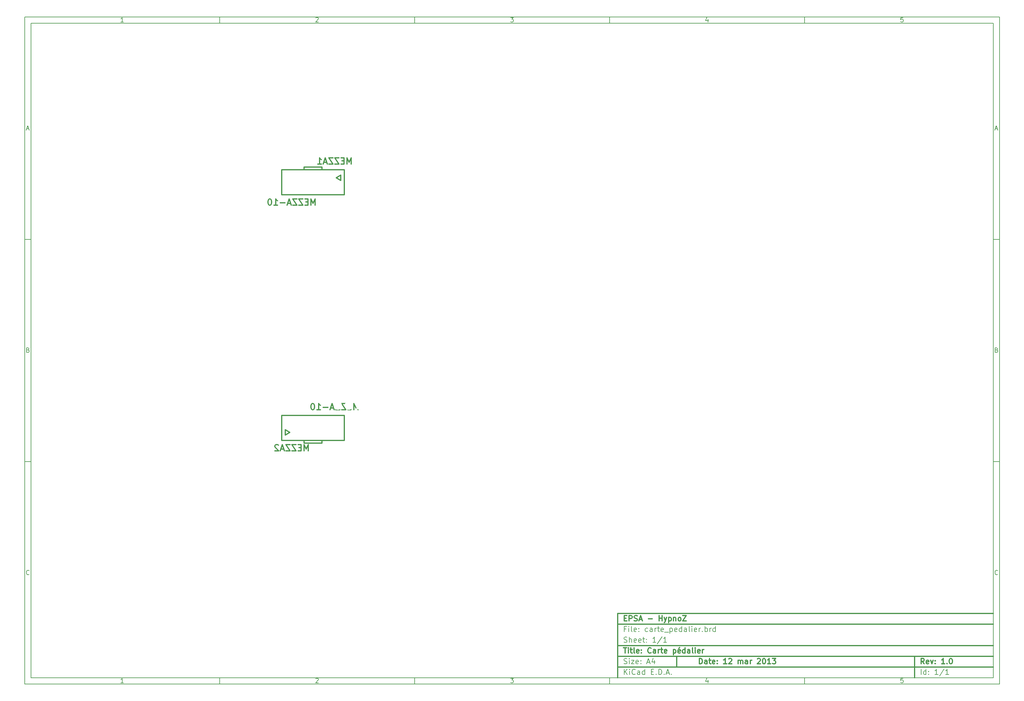
<source format=gbo>
G04 (created by PCBNEW-RS274X (2012-01-19 BZR 3256)-stable) date 12/03/2013 15:31:22*
G01*
G70*
G90*
%MOIN*%
G04 Gerber Fmt 3.4, Leading zero omitted, Abs format*
%FSLAX34Y34*%
G04 APERTURE LIST*
%ADD10C,0.006000*%
%ADD11C,0.012000*%
%ADD12C,0.014000*%
%ADD13C,0.235000*%
%ADD14R,0.105000X0.105000*%
%ADD15C,0.105000*%
%ADD16C,0.095000*%
%ADD17R,0.095000X0.095000*%
%ADD18C,0.090000*%
%ADD19R,0.110000X0.082000*%
%ADD20O,0.110000X0.082000*%
%ADD21C,0.270000*%
G04 APERTURE END LIST*
G54D10*
X04000Y-04000D02*
X113000Y-04000D01*
X113000Y-78670D01*
X04000Y-78670D01*
X04000Y-04000D01*
X04700Y-04700D02*
X112300Y-04700D01*
X112300Y-77970D01*
X04700Y-77970D01*
X04700Y-04700D01*
X25800Y-04000D02*
X25800Y-04700D01*
X15043Y-04552D02*
X14757Y-04552D01*
X14900Y-04552D02*
X14900Y-04052D01*
X14852Y-04124D01*
X14805Y-04171D01*
X14757Y-04195D01*
X25800Y-78670D02*
X25800Y-77970D01*
X15043Y-78522D02*
X14757Y-78522D01*
X14900Y-78522D02*
X14900Y-78022D01*
X14852Y-78094D01*
X14805Y-78141D01*
X14757Y-78165D01*
X47600Y-04000D02*
X47600Y-04700D01*
X36557Y-04100D02*
X36581Y-04076D01*
X36629Y-04052D01*
X36748Y-04052D01*
X36795Y-04076D01*
X36819Y-04100D01*
X36843Y-04148D01*
X36843Y-04195D01*
X36819Y-04267D01*
X36533Y-04552D01*
X36843Y-04552D01*
X47600Y-78670D02*
X47600Y-77970D01*
X36557Y-78070D02*
X36581Y-78046D01*
X36629Y-78022D01*
X36748Y-78022D01*
X36795Y-78046D01*
X36819Y-78070D01*
X36843Y-78118D01*
X36843Y-78165D01*
X36819Y-78237D01*
X36533Y-78522D01*
X36843Y-78522D01*
X69400Y-04000D02*
X69400Y-04700D01*
X58333Y-04052D02*
X58643Y-04052D01*
X58476Y-04243D01*
X58548Y-04243D01*
X58595Y-04267D01*
X58619Y-04290D01*
X58643Y-04338D01*
X58643Y-04457D01*
X58619Y-04505D01*
X58595Y-04529D01*
X58548Y-04552D01*
X58405Y-04552D01*
X58357Y-04529D01*
X58333Y-04505D01*
X69400Y-78670D02*
X69400Y-77970D01*
X58333Y-78022D02*
X58643Y-78022D01*
X58476Y-78213D01*
X58548Y-78213D01*
X58595Y-78237D01*
X58619Y-78260D01*
X58643Y-78308D01*
X58643Y-78427D01*
X58619Y-78475D01*
X58595Y-78499D01*
X58548Y-78522D01*
X58405Y-78522D01*
X58357Y-78499D01*
X58333Y-78475D01*
X91200Y-04000D02*
X91200Y-04700D01*
X80395Y-04219D02*
X80395Y-04552D01*
X80276Y-04029D02*
X80157Y-04386D01*
X80467Y-04386D01*
X91200Y-78670D02*
X91200Y-77970D01*
X80395Y-78189D02*
X80395Y-78522D01*
X80276Y-77999D02*
X80157Y-78356D01*
X80467Y-78356D01*
X102219Y-04052D02*
X101981Y-04052D01*
X101957Y-04290D01*
X101981Y-04267D01*
X102029Y-04243D01*
X102148Y-04243D01*
X102195Y-04267D01*
X102219Y-04290D01*
X102243Y-04338D01*
X102243Y-04457D01*
X102219Y-04505D01*
X102195Y-04529D01*
X102148Y-04552D01*
X102029Y-04552D01*
X101981Y-04529D01*
X101957Y-04505D01*
X102219Y-78022D02*
X101981Y-78022D01*
X101957Y-78260D01*
X101981Y-78237D01*
X102029Y-78213D01*
X102148Y-78213D01*
X102195Y-78237D01*
X102219Y-78260D01*
X102243Y-78308D01*
X102243Y-78427D01*
X102219Y-78475D01*
X102195Y-78499D01*
X102148Y-78522D01*
X102029Y-78522D01*
X101981Y-78499D01*
X101957Y-78475D01*
X04000Y-28890D02*
X04700Y-28890D01*
X04231Y-16510D02*
X04469Y-16510D01*
X04184Y-16652D02*
X04350Y-16152D01*
X04517Y-16652D01*
X113000Y-28890D02*
X112300Y-28890D01*
X112531Y-16510D02*
X112769Y-16510D01*
X112484Y-16652D02*
X112650Y-16152D01*
X112817Y-16652D01*
X04000Y-53780D02*
X04700Y-53780D01*
X04386Y-41280D02*
X04457Y-41304D01*
X04481Y-41328D01*
X04505Y-41376D01*
X04505Y-41447D01*
X04481Y-41495D01*
X04457Y-41519D01*
X04410Y-41542D01*
X04219Y-41542D01*
X04219Y-41042D01*
X04386Y-41042D01*
X04433Y-41066D01*
X04457Y-41090D01*
X04481Y-41138D01*
X04481Y-41185D01*
X04457Y-41233D01*
X04433Y-41257D01*
X04386Y-41280D01*
X04219Y-41280D01*
X113000Y-53780D02*
X112300Y-53780D01*
X112686Y-41280D02*
X112757Y-41304D01*
X112781Y-41328D01*
X112805Y-41376D01*
X112805Y-41447D01*
X112781Y-41495D01*
X112757Y-41519D01*
X112710Y-41542D01*
X112519Y-41542D01*
X112519Y-41042D01*
X112686Y-41042D01*
X112733Y-41066D01*
X112757Y-41090D01*
X112781Y-41138D01*
X112781Y-41185D01*
X112757Y-41233D01*
X112733Y-41257D01*
X112686Y-41280D01*
X112519Y-41280D01*
X04505Y-66385D02*
X04481Y-66409D01*
X04410Y-66432D01*
X04362Y-66432D01*
X04290Y-66409D01*
X04243Y-66361D01*
X04219Y-66313D01*
X04195Y-66218D01*
X04195Y-66147D01*
X04219Y-66051D01*
X04243Y-66004D01*
X04290Y-65956D01*
X04362Y-65932D01*
X04410Y-65932D01*
X04481Y-65956D01*
X04505Y-65980D01*
X112805Y-66385D02*
X112781Y-66409D01*
X112710Y-66432D01*
X112662Y-66432D01*
X112590Y-66409D01*
X112543Y-66361D01*
X112519Y-66313D01*
X112495Y-66218D01*
X112495Y-66147D01*
X112519Y-66051D01*
X112543Y-66004D01*
X112590Y-65956D01*
X112662Y-65932D01*
X112710Y-65932D01*
X112781Y-65956D01*
X112805Y-65980D01*
G54D11*
X79443Y-76413D02*
X79443Y-75813D01*
X79586Y-75813D01*
X79671Y-75841D01*
X79729Y-75899D01*
X79757Y-75956D01*
X79786Y-76070D01*
X79786Y-76156D01*
X79757Y-76270D01*
X79729Y-76327D01*
X79671Y-76384D01*
X79586Y-76413D01*
X79443Y-76413D01*
X80300Y-76413D02*
X80300Y-76099D01*
X80271Y-76041D01*
X80214Y-76013D01*
X80100Y-76013D01*
X80043Y-76041D01*
X80300Y-76384D02*
X80243Y-76413D01*
X80100Y-76413D01*
X80043Y-76384D01*
X80014Y-76327D01*
X80014Y-76270D01*
X80043Y-76213D01*
X80100Y-76184D01*
X80243Y-76184D01*
X80300Y-76156D01*
X80500Y-76013D02*
X80729Y-76013D01*
X80586Y-75813D02*
X80586Y-76327D01*
X80614Y-76384D01*
X80672Y-76413D01*
X80729Y-76413D01*
X81157Y-76384D02*
X81100Y-76413D01*
X80986Y-76413D01*
X80929Y-76384D01*
X80900Y-76327D01*
X80900Y-76099D01*
X80929Y-76041D01*
X80986Y-76013D01*
X81100Y-76013D01*
X81157Y-76041D01*
X81186Y-76099D01*
X81186Y-76156D01*
X80900Y-76213D01*
X81443Y-76356D02*
X81471Y-76384D01*
X81443Y-76413D01*
X81414Y-76384D01*
X81443Y-76356D01*
X81443Y-76413D01*
X81443Y-76041D02*
X81471Y-76070D01*
X81443Y-76099D01*
X81414Y-76070D01*
X81443Y-76041D01*
X81443Y-76099D01*
X82500Y-76413D02*
X82157Y-76413D01*
X82329Y-76413D02*
X82329Y-75813D01*
X82272Y-75899D01*
X82214Y-75956D01*
X82157Y-75984D01*
X82728Y-75870D02*
X82757Y-75841D01*
X82814Y-75813D01*
X82957Y-75813D01*
X83014Y-75841D01*
X83043Y-75870D01*
X83071Y-75927D01*
X83071Y-75984D01*
X83043Y-76070D01*
X82700Y-76413D01*
X83071Y-76413D01*
X83785Y-76413D02*
X83785Y-76013D01*
X83785Y-76070D02*
X83813Y-76041D01*
X83871Y-76013D01*
X83956Y-76013D01*
X84013Y-76041D01*
X84042Y-76099D01*
X84042Y-76413D01*
X84042Y-76099D02*
X84071Y-76041D01*
X84128Y-76013D01*
X84213Y-76013D01*
X84271Y-76041D01*
X84299Y-76099D01*
X84299Y-76413D01*
X84842Y-76413D02*
X84842Y-76099D01*
X84813Y-76041D01*
X84756Y-76013D01*
X84642Y-76013D01*
X84585Y-76041D01*
X84842Y-76384D02*
X84785Y-76413D01*
X84642Y-76413D01*
X84585Y-76384D01*
X84556Y-76327D01*
X84556Y-76270D01*
X84585Y-76213D01*
X84642Y-76184D01*
X84785Y-76184D01*
X84842Y-76156D01*
X85128Y-76413D02*
X85128Y-76013D01*
X85128Y-76127D02*
X85156Y-76070D01*
X85185Y-76041D01*
X85242Y-76013D01*
X85299Y-76013D01*
X85927Y-75870D02*
X85956Y-75841D01*
X86013Y-75813D01*
X86156Y-75813D01*
X86213Y-75841D01*
X86242Y-75870D01*
X86270Y-75927D01*
X86270Y-75984D01*
X86242Y-76070D01*
X85899Y-76413D01*
X86270Y-76413D01*
X86641Y-75813D02*
X86698Y-75813D01*
X86755Y-75841D01*
X86784Y-75870D01*
X86813Y-75927D01*
X86841Y-76041D01*
X86841Y-76184D01*
X86813Y-76299D01*
X86784Y-76356D01*
X86755Y-76384D01*
X86698Y-76413D01*
X86641Y-76413D01*
X86584Y-76384D01*
X86555Y-76356D01*
X86527Y-76299D01*
X86498Y-76184D01*
X86498Y-76041D01*
X86527Y-75927D01*
X86555Y-75870D01*
X86584Y-75841D01*
X86641Y-75813D01*
X87412Y-76413D02*
X87069Y-76413D01*
X87241Y-76413D02*
X87241Y-75813D01*
X87184Y-75899D01*
X87126Y-75956D01*
X87069Y-75984D01*
X87612Y-75813D02*
X87983Y-75813D01*
X87783Y-76041D01*
X87869Y-76041D01*
X87926Y-76070D01*
X87955Y-76099D01*
X87983Y-76156D01*
X87983Y-76299D01*
X87955Y-76356D01*
X87926Y-76384D01*
X87869Y-76413D01*
X87697Y-76413D01*
X87640Y-76384D01*
X87612Y-76356D01*
G54D10*
X71043Y-77613D02*
X71043Y-77013D01*
X71386Y-77613D02*
X71129Y-77270D01*
X71386Y-77013D02*
X71043Y-77356D01*
X71643Y-77613D02*
X71643Y-77213D01*
X71643Y-77013D02*
X71614Y-77041D01*
X71643Y-77070D01*
X71671Y-77041D01*
X71643Y-77013D01*
X71643Y-77070D01*
X72272Y-77556D02*
X72243Y-77584D01*
X72157Y-77613D01*
X72100Y-77613D01*
X72015Y-77584D01*
X71957Y-77527D01*
X71929Y-77470D01*
X71900Y-77356D01*
X71900Y-77270D01*
X71929Y-77156D01*
X71957Y-77099D01*
X72015Y-77041D01*
X72100Y-77013D01*
X72157Y-77013D01*
X72243Y-77041D01*
X72272Y-77070D01*
X72786Y-77613D02*
X72786Y-77299D01*
X72757Y-77241D01*
X72700Y-77213D01*
X72586Y-77213D01*
X72529Y-77241D01*
X72786Y-77584D02*
X72729Y-77613D01*
X72586Y-77613D01*
X72529Y-77584D01*
X72500Y-77527D01*
X72500Y-77470D01*
X72529Y-77413D01*
X72586Y-77384D01*
X72729Y-77384D01*
X72786Y-77356D01*
X73329Y-77613D02*
X73329Y-77013D01*
X73329Y-77584D02*
X73272Y-77613D01*
X73158Y-77613D01*
X73100Y-77584D01*
X73072Y-77556D01*
X73043Y-77499D01*
X73043Y-77327D01*
X73072Y-77270D01*
X73100Y-77241D01*
X73158Y-77213D01*
X73272Y-77213D01*
X73329Y-77241D01*
X74072Y-77299D02*
X74272Y-77299D01*
X74358Y-77613D02*
X74072Y-77613D01*
X74072Y-77013D01*
X74358Y-77013D01*
X74615Y-77556D02*
X74643Y-77584D01*
X74615Y-77613D01*
X74586Y-77584D01*
X74615Y-77556D01*
X74615Y-77613D01*
X74901Y-77613D02*
X74901Y-77013D01*
X75044Y-77013D01*
X75129Y-77041D01*
X75187Y-77099D01*
X75215Y-77156D01*
X75244Y-77270D01*
X75244Y-77356D01*
X75215Y-77470D01*
X75187Y-77527D01*
X75129Y-77584D01*
X75044Y-77613D01*
X74901Y-77613D01*
X75501Y-77556D02*
X75529Y-77584D01*
X75501Y-77613D01*
X75472Y-77584D01*
X75501Y-77556D01*
X75501Y-77613D01*
X75758Y-77441D02*
X76044Y-77441D01*
X75701Y-77613D02*
X75901Y-77013D01*
X76101Y-77613D01*
X76301Y-77556D02*
X76329Y-77584D01*
X76301Y-77613D01*
X76272Y-77584D01*
X76301Y-77556D01*
X76301Y-77613D01*
G54D11*
X104586Y-76413D02*
X104386Y-76127D01*
X104243Y-76413D02*
X104243Y-75813D01*
X104471Y-75813D01*
X104529Y-75841D01*
X104557Y-75870D01*
X104586Y-75927D01*
X104586Y-76013D01*
X104557Y-76070D01*
X104529Y-76099D01*
X104471Y-76127D01*
X104243Y-76127D01*
X105071Y-76384D02*
X105014Y-76413D01*
X104900Y-76413D01*
X104843Y-76384D01*
X104814Y-76327D01*
X104814Y-76099D01*
X104843Y-76041D01*
X104900Y-76013D01*
X105014Y-76013D01*
X105071Y-76041D01*
X105100Y-76099D01*
X105100Y-76156D01*
X104814Y-76213D01*
X105300Y-76013D02*
X105443Y-76413D01*
X105585Y-76013D01*
X105814Y-76356D02*
X105842Y-76384D01*
X105814Y-76413D01*
X105785Y-76384D01*
X105814Y-76356D01*
X105814Y-76413D01*
X105814Y-76041D02*
X105842Y-76070D01*
X105814Y-76099D01*
X105785Y-76070D01*
X105814Y-76041D01*
X105814Y-76099D01*
X106871Y-76413D02*
X106528Y-76413D01*
X106700Y-76413D02*
X106700Y-75813D01*
X106643Y-75899D01*
X106585Y-75956D01*
X106528Y-75984D01*
X107128Y-76356D02*
X107156Y-76384D01*
X107128Y-76413D01*
X107099Y-76384D01*
X107128Y-76356D01*
X107128Y-76413D01*
X107528Y-75813D02*
X107585Y-75813D01*
X107642Y-75841D01*
X107671Y-75870D01*
X107700Y-75927D01*
X107728Y-76041D01*
X107728Y-76184D01*
X107700Y-76299D01*
X107671Y-76356D01*
X107642Y-76384D01*
X107585Y-76413D01*
X107528Y-76413D01*
X107471Y-76384D01*
X107442Y-76356D01*
X107414Y-76299D01*
X107385Y-76184D01*
X107385Y-76041D01*
X107414Y-75927D01*
X107442Y-75870D01*
X107471Y-75841D01*
X107528Y-75813D01*
G54D10*
X71014Y-76384D02*
X71100Y-76413D01*
X71243Y-76413D01*
X71300Y-76384D01*
X71329Y-76356D01*
X71357Y-76299D01*
X71357Y-76241D01*
X71329Y-76184D01*
X71300Y-76156D01*
X71243Y-76127D01*
X71129Y-76099D01*
X71071Y-76070D01*
X71043Y-76041D01*
X71014Y-75984D01*
X71014Y-75927D01*
X71043Y-75870D01*
X71071Y-75841D01*
X71129Y-75813D01*
X71271Y-75813D01*
X71357Y-75841D01*
X71614Y-76413D02*
X71614Y-76013D01*
X71614Y-75813D02*
X71585Y-75841D01*
X71614Y-75870D01*
X71642Y-75841D01*
X71614Y-75813D01*
X71614Y-75870D01*
X71843Y-76013D02*
X72157Y-76013D01*
X71843Y-76413D01*
X72157Y-76413D01*
X72614Y-76384D02*
X72557Y-76413D01*
X72443Y-76413D01*
X72386Y-76384D01*
X72357Y-76327D01*
X72357Y-76099D01*
X72386Y-76041D01*
X72443Y-76013D01*
X72557Y-76013D01*
X72614Y-76041D01*
X72643Y-76099D01*
X72643Y-76156D01*
X72357Y-76213D01*
X72900Y-76356D02*
X72928Y-76384D01*
X72900Y-76413D01*
X72871Y-76384D01*
X72900Y-76356D01*
X72900Y-76413D01*
X72900Y-76041D02*
X72928Y-76070D01*
X72900Y-76099D01*
X72871Y-76070D01*
X72900Y-76041D01*
X72900Y-76099D01*
X73614Y-76241D02*
X73900Y-76241D01*
X73557Y-76413D02*
X73757Y-75813D01*
X73957Y-76413D01*
X74414Y-76013D02*
X74414Y-76413D01*
X74271Y-75784D02*
X74128Y-76213D01*
X74500Y-76213D01*
X104243Y-77613D02*
X104243Y-77013D01*
X104786Y-77613D02*
X104786Y-77013D01*
X104786Y-77584D02*
X104729Y-77613D01*
X104615Y-77613D01*
X104557Y-77584D01*
X104529Y-77556D01*
X104500Y-77499D01*
X104500Y-77327D01*
X104529Y-77270D01*
X104557Y-77241D01*
X104615Y-77213D01*
X104729Y-77213D01*
X104786Y-77241D01*
X105072Y-77556D02*
X105100Y-77584D01*
X105072Y-77613D01*
X105043Y-77584D01*
X105072Y-77556D01*
X105072Y-77613D01*
X105072Y-77241D02*
X105100Y-77270D01*
X105072Y-77299D01*
X105043Y-77270D01*
X105072Y-77241D01*
X105072Y-77299D01*
X106129Y-77613D02*
X105786Y-77613D01*
X105958Y-77613D02*
X105958Y-77013D01*
X105901Y-77099D01*
X105843Y-77156D01*
X105786Y-77184D01*
X106814Y-76984D02*
X106300Y-77756D01*
X107329Y-77613D02*
X106986Y-77613D01*
X107158Y-77613D02*
X107158Y-77013D01*
X107101Y-77099D01*
X107043Y-77156D01*
X106986Y-77184D01*
G54D11*
X70957Y-74613D02*
X71300Y-74613D01*
X71129Y-75213D02*
X71129Y-74613D01*
X71500Y-75213D02*
X71500Y-74813D01*
X71500Y-74613D02*
X71471Y-74641D01*
X71500Y-74670D01*
X71528Y-74641D01*
X71500Y-74613D01*
X71500Y-74670D01*
X71700Y-74813D02*
X71929Y-74813D01*
X71786Y-74613D02*
X71786Y-75127D01*
X71814Y-75184D01*
X71872Y-75213D01*
X71929Y-75213D01*
X72215Y-75213D02*
X72157Y-75184D01*
X72129Y-75127D01*
X72129Y-74613D01*
X72671Y-75184D02*
X72614Y-75213D01*
X72500Y-75213D01*
X72443Y-75184D01*
X72414Y-75127D01*
X72414Y-74899D01*
X72443Y-74841D01*
X72500Y-74813D01*
X72614Y-74813D01*
X72671Y-74841D01*
X72700Y-74899D01*
X72700Y-74956D01*
X72414Y-75013D01*
X72957Y-75156D02*
X72985Y-75184D01*
X72957Y-75213D01*
X72928Y-75184D01*
X72957Y-75156D01*
X72957Y-75213D01*
X72957Y-74841D02*
X72985Y-74870D01*
X72957Y-74899D01*
X72928Y-74870D01*
X72957Y-74841D01*
X72957Y-74899D01*
X74043Y-75156D02*
X74014Y-75184D01*
X73928Y-75213D01*
X73871Y-75213D01*
X73786Y-75184D01*
X73728Y-75127D01*
X73700Y-75070D01*
X73671Y-74956D01*
X73671Y-74870D01*
X73700Y-74756D01*
X73728Y-74699D01*
X73786Y-74641D01*
X73871Y-74613D01*
X73928Y-74613D01*
X74014Y-74641D01*
X74043Y-74670D01*
X74557Y-75213D02*
X74557Y-74899D01*
X74528Y-74841D01*
X74471Y-74813D01*
X74357Y-74813D01*
X74300Y-74841D01*
X74557Y-75184D02*
X74500Y-75213D01*
X74357Y-75213D01*
X74300Y-75184D01*
X74271Y-75127D01*
X74271Y-75070D01*
X74300Y-75013D01*
X74357Y-74984D01*
X74500Y-74984D01*
X74557Y-74956D01*
X74843Y-75213D02*
X74843Y-74813D01*
X74843Y-74927D02*
X74871Y-74870D01*
X74900Y-74841D01*
X74957Y-74813D01*
X75014Y-74813D01*
X75128Y-74813D02*
X75357Y-74813D01*
X75214Y-74613D02*
X75214Y-75127D01*
X75242Y-75184D01*
X75300Y-75213D01*
X75357Y-75213D01*
X75785Y-75184D02*
X75728Y-75213D01*
X75614Y-75213D01*
X75557Y-75184D01*
X75528Y-75127D01*
X75528Y-74899D01*
X75557Y-74841D01*
X75614Y-74813D01*
X75728Y-74813D01*
X75785Y-74841D01*
X75814Y-74899D01*
X75814Y-74956D01*
X75528Y-75013D01*
X76528Y-74813D02*
X76528Y-75413D01*
X76528Y-74841D02*
X76585Y-74813D01*
X76699Y-74813D01*
X76756Y-74841D01*
X76785Y-74870D01*
X76814Y-74927D01*
X76814Y-75099D01*
X76785Y-75156D01*
X76756Y-75184D01*
X76699Y-75213D01*
X76585Y-75213D01*
X76528Y-75184D01*
X77299Y-75184D02*
X77242Y-75213D01*
X77128Y-75213D01*
X77071Y-75184D01*
X77042Y-75127D01*
X77042Y-74899D01*
X77071Y-74841D01*
X77128Y-74813D01*
X77242Y-74813D01*
X77299Y-74841D01*
X77328Y-74899D01*
X77328Y-74956D01*
X77042Y-75013D01*
X77242Y-74584D02*
X77157Y-74670D01*
X77842Y-75213D02*
X77842Y-74613D01*
X77842Y-75184D02*
X77785Y-75213D01*
X77671Y-75213D01*
X77613Y-75184D01*
X77585Y-75156D01*
X77556Y-75099D01*
X77556Y-74927D01*
X77585Y-74870D01*
X77613Y-74841D01*
X77671Y-74813D01*
X77785Y-74813D01*
X77842Y-74841D01*
X78385Y-75213D02*
X78385Y-74899D01*
X78356Y-74841D01*
X78299Y-74813D01*
X78185Y-74813D01*
X78128Y-74841D01*
X78385Y-75184D02*
X78328Y-75213D01*
X78185Y-75213D01*
X78128Y-75184D01*
X78099Y-75127D01*
X78099Y-75070D01*
X78128Y-75013D01*
X78185Y-74984D01*
X78328Y-74984D01*
X78385Y-74956D01*
X78757Y-75213D02*
X78699Y-75184D01*
X78671Y-75127D01*
X78671Y-74613D01*
X78985Y-75213D02*
X78985Y-74813D01*
X78985Y-74613D02*
X78956Y-74641D01*
X78985Y-74670D01*
X79013Y-74641D01*
X78985Y-74613D01*
X78985Y-74670D01*
X79499Y-75184D02*
X79442Y-75213D01*
X79328Y-75213D01*
X79271Y-75184D01*
X79242Y-75127D01*
X79242Y-74899D01*
X79271Y-74841D01*
X79328Y-74813D01*
X79442Y-74813D01*
X79499Y-74841D01*
X79528Y-74899D01*
X79528Y-74956D01*
X79242Y-75013D01*
X79785Y-75213D02*
X79785Y-74813D01*
X79785Y-74927D02*
X79813Y-74870D01*
X79842Y-74841D01*
X79899Y-74813D01*
X79956Y-74813D01*
G54D10*
X71243Y-72499D02*
X71043Y-72499D01*
X71043Y-72813D02*
X71043Y-72213D01*
X71329Y-72213D01*
X71557Y-72813D02*
X71557Y-72413D01*
X71557Y-72213D02*
X71528Y-72241D01*
X71557Y-72270D01*
X71585Y-72241D01*
X71557Y-72213D01*
X71557Y-72270D01*
X71929Y-72813D02*
X71871Y-72784D01*
X71843Y-72727D01*
X71843Y-72213D01*
X72385Y-72784D02*
X72328Y-72813D01*
X72214Y-72813D01*
X72157Y-72784D01*
X72128Y-72727D01*
X72128Y-72499D01*
X72157Y-72441D01*
X72214Y-72413D01*
X72328Y-72413D01*
X72385Y-72441D01*
X72414Y-72499D01*
X72414Y-72556D01*
X72128Y-72613D01*
X72671Y-72756D02*
X72699Y-72784D01*
X72671Y-72813D01*
X72642Y-72784D01*
X72671Y-72756D01*
X72671Y-72813D01*
X72671Y-72441D02*
X72699Y-72470D01*
X72671Y-72499D01*
X72642Y-72470D01*
X72671Y-72441D01*
X72671Y-72499D01*
X73671Y-72784D02*
X73614Y-72813D01*
X73500Y-72813D01*
X73442Y-72784D01*
X73414Y-72756D01*
X73385Y-72699D01*
X73385Y-72527D01*
X73414Y-72470D01*
X73442Y-72441D01*
X73500Y-72413D01*
X73614Y-72413D01*
X73671Y-72441D01*
X74185Y-72813D02*
X74185Y-72499D01*
X74156Y-72441D01*
X74099Y-72413D01*
X73985Y-72413D01*
X73928Y-72441D01*
X74185Y-72784D02*
X74128Y-72813D01*
X73985Y-72813D01*
X73928Y-72784D01*
X73899Y-72727D01*
X73899Y-72670D01*
X73928Y-72613D01*
X73985Y-72584D01*
X74128Y-72584D01*
X74185Y-72556D01*
X74471Y-72813D02*
X74471Y-72413D01*
X74471Y-72527D02*
X74499Y-72470D01*
X74528Y-72441D01*
X74585Y-72413D01*
X74642Y-72413D01*
X74756Y-72413D02*
X74985Y-72413D01*
X74842Y-72213D02*
X74842Y-72727D01*
X74870Y-72784D01*
X74928Y-72813D01*
X74985Y-72813D01*
X75413Y-72784D02*
X75356Y-72813D01*
X75242Y-72813D01*
X75185Y-72784D01*
X75156Y-72727D01*
X75156Y-72499D01*
X75185Y-72441D01*
X75242Y-72413D01*
X75356Y-72413D01*
X75413Y-72441D01*
X75442Y-72499D01*
X75442Y-72556D01*
X75156Y-72613D01*
X75556Y-72870D02*
X76013Y-72870D01*
X76156Y-72413D02*
X76156Y-73013D01*
X76156Y-72441D02*
X76213Y-72413D01*
X76327Y-72413D01*
X76384Y-72441D01*
X76413Y-72470D01*
X76442Y-72527D01*
X76442Y-72699D01*
X76413Y-72756D01*
X76384Y-72784D01*
X76327Y-72813D01*
X76213Y-72813D01*
X76156Y-72784D01*
X76927Y-72784D02*
X76870Y-72813D01*
X76756Y-72813D01*
X76699Y-72784D01*
X76670Y-72727D01*
X76670Y-72499D01*
X76699Y-72441D01*
X76756Y-72413D01*
X76870Y-72413D01*
X76927Y-72441D01*
X76956Y-72499D01*
X76956Y-72556D01*
X76670Y-72613D01*
X77470Y-72813D02*
X77470Y-72213D01*
X77470Y-72784D02*
X77413Y-72813D01*
X77299Y-72813D01*
X77241Y-72784D01*
X77213Y-72756D01*
X77184Y-72699D01*
X77184Y-72527D01*
X77213Y-72470D01*
X77241Y-72441D01*
X77299Y-72413D01*
X77413Y-72413D01*
X77470Y-72441D01*
X78013Y-72813D02*
X78013Y-72499D01*
X77984Y-72441D01*
X77927Y-72413D01*
X77813Y-72413D01*
X77756Y-72441D01*
X78013Y-72784D02*
X77956Y-72813D01*
X77813Y-72813D01*
X77756Y-72784D01*
X77727Y-72727D01*
X77727Y-72670D01*
X77756Y-72613D01*
X77813Y-72584D01*
X77956Y-72584D01*
X78013Y-72556D01*
X78385Y-72813D02*
X78327Y-72784D01*
X78299Y-72727D01*
X78299Y-72213D01*
X78613Y-72813D02*
X78613Y-72413D01*
X78613Y-72213D02*
X78584Y-72241D01*
X78613Y-72270D01*
X78641Y-72241D01*
X78613Y-72213D01*
X78613Y-72270D01*
X79127Y-72784D02*
X79070Y-72813D01*
X78956Y-72813D01*
X78899Y-72784D01*
X78870Y-72727D01*
X78870Y-72499D01*
X78899Y-72441D01*
X78956Y-72413D01*
X79070Y-72413D01*
X79127Y-72441D01*
X79156Y-72499D01*
X79156Y-72556D01*
X78870Y-72613D01*
X79413Y-72813D02*
X79413Y-72413D01*
X79413Y-72527D02*
X79441Y-72470D01*
X79470Y-72441D01*
X79527Y-72413D01*
X79584Y-72413D01*
X79784Y-72756D02*
X79812Y-72784D01*
X79784Y-72813D01*
X79755Y-72784D01*
X79784Y-72756D01*
X79784Y-72813D01*
X80070Y-72813D02*
X80070Y-72213D01*
X80070Y-72441D02*
X80127Y-72413D01*
X80241Y-72413D01*
X80298Y-72441D01*
X80327Y-72470D01*
X80356Y-72527D01*
X80356Y-72699D01*
X80327Y-72756D01*
X80298Y-72784D01*
X80241Y-72813D01*
X80127Y-72813D01*
X80070Y-72784D01*
X80613Y-72813D02*
X80613Y-72413D01*
X80613Y-72527D02*
X80641Y-72470D01*
X80670Y-72441D01*
X80727Y-72413D01*
X80784Y-72413D01*
X81241Y-72813D02*
X81241Y-72213D01*
X81241Y-72784D02*
X81184Y-72813D01*
X81070Y-72813D01*
X81012Y-72784D01*
X80984Y-72756D01*
X80955Y-72699D01*
X80955Y-72527D01*
X80984Y-72470D01*
X81012Y-72441D01*
X81070Y-72413D01*
X81184Y-72413D01*
X81241Y-72441D01*
X71014Y-73984D02*
X71100Y-74013D01*
X71243Y-74013D01*
X71300Y-73984D01*
X71329Y-73956D01*
X71357Y-73899D01*
X71357Y-73841D01*
X71329Y-73784D01*
X71300Y-73756D01*
X71243Y-73727D01*
X71129Y-73699D01*
X71071Y-73670D01*
X71043Y-73641D01*
X71014Y-73584D01*
X71014Y-73527D01*
X71043Y-73470D01*
X71071Y-73441D01*
X71129Y-73413D01*
X71271Y-73413D01*
X71357Y-73441D01*
X71614Y-74013D02*
X71614Y-73413D01*
X71871Y-74013D02*
X71871Y-73699D01*
X71842Y-73641D01*
X71785Y-73613D01*
X71700Y-73613D01*
X71642Y-73641D01*
X71614Y-73670D01*
X72385Y-73984D02*
X72328Y-74013D01*
X72214Y-74013D01*
X72157Y-73984D01*
X72128Y-73927D01*
X72128Y-73699D01*
X72157Y-73641D01*
X72214Y-73613D01*
X72328Y-73613D01*
X72385Y-73641D01*
X72414Y-73699D01*
X72414Y-73756D01*
X72128Y-73813D01*
X72899Y-73984D02*
X72842Y-74013D01*
X72728Y-74013D01*
X72671Y-73984D01*
X72642Y-73927D01*
X72642Y-73699D01*
X72671Y-73641D01*
X72728Y-73613D01*
X72842Y-73613D01*
X72899Y-73641D01*
X72928Y-73699D01*
X72928Y-73756D01*
X72642Y-73813D01*
X73099Y-73613D02*
X73328Y-73613D01*
X73185Y-73413D02*
X73185Y-73927D01*
X73213Y-73984D01*
X73271Y-74013D01*
X73328Y-74013D01*
X73528Y-73956D02*
X73556Y-73984D01*
X73528Y-74013D01*
X73499Y-73984D01*
X73528Y-73956D01*
X73528Y-74013D01*
X73528Y-73641D02*
X73556Y-73670D01*
X73528Y-73699D01*
X73499Y-73670D01*
X73528Y-73641D01*
X73528Y-73699D01*
X74585Y-74013D02*
X74242Y-74013D01*
X74414Y-74013D02*
X74414Y-73413D01*
X74357Y-73499D01*
X74299Y-73556D01*
X74242Y-73584D01*
X75270Y-73384D02*
X74756Y-74156D01*
X75785Y-74013D02*
X75442Y-74013D01*
X75614Y-74013D02*
X75614Y-73413D01*
X75557Y-73499D01*
X75499Y-73556D01*
X75442Y-73584D01*
G54D11*
X71043Y-71299D02*
X71243Y-71299D01*
X71329Y-71613D02*
X71043Y-71613D01*
X71043Y-71013D01*
X71329Y-71013D01*
X71586Y-71613D02*
X71586Y-71013D01*
X71814Y-71013D01*
X71872Y-71041D01*
X71900Y-71070D01*
X71929Y-71127D01*
X71929Y-71213D01*
X71900Y-71270D01*
X71872Y-71299D01*
X71814Y-71327D01*
X71586Y-71327D01*
X72157Y-71584D02*
X72243Y-71613D01*
X72386Y-71613D01*
X72443Y-71584D01*
X72472Y-71556D01*
X72500Y-71499D01*
X72500Y-71441D01*
X72472Y-71384D01*
X72443Y-71356D01*
X72386Y-71327D01*
X72272Y-71299D01*
X72214Y-71270D01*
X72186Y-71241D01*
X72157Y-71184D01*
X72157Y-71127D01*
X72186Y-71070D01*
X72214Y-71041D01*
X72272Y-71013D01*
X72414Y-71013D01*
X72500Y-71041D01*
X72728Y-71441D02*
X73014Y-71441D01*
X72671Y-71613D02*
X72871Y-71013D01*
X73071Y-71613D01*
X73728Y-71384D02*
X74185Y-71384D01*
X74928Y-71613D02*
X74928Y-71013D01*
X74928Y-71299D02*
X75271Y-71299D01*
X75271Y-71613D02*
X75271Y-71013D01*
X75500Y-71213D02*
X75643Y-71613D01*
X75785Y-71213D02*
X75643Y-71613D01*
X75585Y-71756D01*
X75557Y-71784D01*
X75500Y-71813D01*
X76014Y-71213D02*
X76014Y-71813D01*
X76014Y-71241D02*
X76071Y-71213D01*
X76185Y-71213D01*
X76242Y-71241D01*
X76271Y-71270D01*
X76300Y-71327D01*
X76300Y-71499D01*
X76271Y-71556D01*
X76242Y-71584D01*
X76185Y-71613D01*
X76071Y-71613D01*
X76014Y-71584D01*
X76557Y-71213D02*
X76557Y-71613D01*
X76557Y-71270D02*
X76585Y-71241D01*
X76643Y-71213D01*
X76728Y-71213D01*
X76785Y-71241D01*
X76814Y-71299D01*
X76814Y-71613D01*
X77186Y-71613D02*
X77128Y-71584D01*
X77100Y-71556D01*
X77071Y-71499D01*
X77071Y-71327D01*
X77100Y-71270D01*
X77128Y-71241D01*
X77186Y-71213D01*
X77271Y-71213D01*
X77328Y-71241D01*
X77357Y-71270D01*
X77386Y-71327D01*
X77386Y-71499D01*
X77357Y-71556D01*
X77328Y-71584D01*
X77271Y-71613D01*
X77186Y-71613D01*
X77586Y-71013D02*
X77986Y-71013D01*
X77586Y-71613D01*
X77986Y-71613D01*
X70300Y-70770D02*
X70300Y-77970D01*
X70300Y-71970D02*
X112300Y-71970D01*
X70300Y-70770D02*
X112300Y-70770D01*
X70300Y-74370D02*
X112300Y-74370D01*
X103500Y-75570D02*
X103500Y-77970D01*
X70300Y-76770D02*
X112300Y-76770D01*
X70300Y-75570D02*
X112300Y-75570D01*
X76900Y-75570D02*
X76900Y-76770D01*
G54D12*
X35250Y-51400D02*
X37250Y-51400D01*
X35250Y-51700D02*
X37250Y-51700D01*
X32750Y-51400D02*
X32750Y-48600D01*
X39750Y-51400D02*
X39750Y-48600D01*
X35250Y-51700D02*
X35250Y-51400D01*
X35250Y-51400D02*
X32750Y-51400D01*
X32750Y-48600D02*
X39750Y-48600D01*
X39750Y-51400D02*
X37250Y-51400D01*
X37250Y-51400D02*
X37250Y-51700D01*
X33650Y-50500D02*
X33150Y-50200D01*
X33150Y-50200D02*
X33150Y-50800D01*
X33150Y-50800D02*
X33650Y-50500D01*
X37250Y-21100D02*
X35250Y-21100D01*
X37250Y-20800D02*
X35250Y-20800D01*
X39750Y-21100D02*
X39750Y-23900D01*
X32750Y-21100D02*
X32750Y-23900D01*
X37250Y-20800D02*
X37250Y-21100D01*
X37250Y-21100D02*
X39750Y-21100D01*
X39750Y-23900D02*
X32750Y-23900D01*
X32750Y-21100D02*
X35250Y-21100D01*
X35250Y-21100D02*
X35250Y-20800D01*
X38850Y-22000D02*
X39350Y-22300D01*
X39350Y-22300D02*
X39350Y-21700D01*
X39350Y-21700D02*
X38850Y-22000D01*
G54D11*
X35700Y-52583D02*
X35700Y-51883D01*
X35467Y-52383D01*
X35234Y-51883D01*
X35234Y-52583D01*
X34900Y-52217D02*
X34667Y-52217D01*
X34567Y-52583D02*
X34900Y-52583D01*
X34900Y-51883D01*
X34567Y-51883D01*
X34334Y-51883D02*
X33867Y-51883D01*
X34334Y-52583D01*
X33867Y-52583D01*
X33667Y-51883D02*
X33200Y-51883D01*
X33667Y-52583D01*
X33200Y-52583D01*
X32967Y-52383D02*
X32633Y-52383D01*
X33033Y-52583D02*
X32800Y-51883D01*
X32567Y-52583D01*
X32367Y-51950D02*
X32333Y-51917D01*
X32267Y-51883D01*
X32100Y-51883D01*
X32033Y-51917D01*
X32000Y-51950D01*
X31967Y-52017D01*
X31967Y-52083D01*
X32000Y-52183D01*
X32400Y-52583D01*
X31967Y-52583D01*
X41267Y-47983D02*
X41267Y-47283D01*
X41034Y-47783D01*
X40801Y-47283D01*
X40801Y-47983D01*
X40467Y-47617D02*
X40234Y-47617D01*
X40134Y-47983D02*
X40467Y-47983D01*
X40467Y-47283D01*
X40134Y-47283D01*
X39901Y-47283D02*
X39434Y-47283D01*
X39901Y-47983D01*
X39434Y-47983D01*
X39234Y-47283D02*
X38767Y-47283D01*
X39234Y-47983D01*
X38767Y-47983D01*
X38534Y-47783D02*
X38200Y-47783D01*
X38600Y-47983D02*
X38367Y-47283D01*
X38134Y-47983D01*
X37900Y-47717D02*
X37367Y-47717D01*
X36667Y-47983D02*
X37067Y-47983D01*
X36867Y-47983D02*
X36867Y-47283D01*
X36933Y-47383D01*
X37000Y-47450D01*
X37067Y-47483D01*
X36233Y-47283D02*
X36166Y-47283D01*
X36100Y-47317D01*
X36066Y-47350D01*
X36033Y-47417D01*
X36000Y-47550D01*
X36000Y-47717D01*
X36033Y-47850D01*
X36066Y-47917D01*
X36100Y-47950D01*
X36166Y-47983D01*
X36233Y-47983D01*
X36300Y-47950D01*
X36333Y-47917D01*
X36366Y-47850D01*
X36400Y-47717D01*
X36400Y-47550D01*
X36366Y-47417D01*
X36333Y-47350D01*
X36300Y-47317D01*
X36233Y-47283D01*
X40500Y-20483D02*
X40500Y-19783D01*
X40267Y-20283D01*
X40034Y-19783D01*
X40034Y-20483D01*
X39700Y-20117D02*
X39467Y-20117D01*
X39367Y-20483D02*
X39700Y-20483D01*
X39700Y-19783D01*
X39367Y-19783D01*
X39134Y-19783D02*
X38667Y-19783D01*
X39134Y-20483D01*
X38667Y-20483D01*
X38467Y-19783D02*
X38000Y-19783D01*
X38467Y-20483D01*
X38000Y-20483D01*
X37767Y-20283D02*
X37433Y-20283D01*
X37833Y-20483D02*
X37600Y-19783D01*
X37367Y-20483D01*
X36767Y-20483D02*
X37167Y-20483D01*
X36967Y-20483D02*
X36967Y-19783D01*
X37033Y-19883D01*
X37100Y-19950D01*
X37167Y-19983D01*
X36467Y-25083D02*
X36467Y-24383D01*
X36234Y-24883D01*
X36001Y-24383D01*
X36001Y-25083D01*
X35667Y-24717D02*
X35434Y-24717D01*
X35334Y-25083D02*
X35667Y-25083D01*
X35667Y-24383D01*
X35334Y-24383D01*
X35101Y-24383D02*
X34634Y-24383D01*
X35101Y-25083D01*
X34634Y-25083D01*
X34434Y-24383D02*
X33967Y-24383D01*
X34434Y-25083D01*
X33967Y-25083D01*
X33734Y-24883D02*
X33400Y-24883D01*
X33800Y-25083D02*
X33567Y-24383D01*
X33334Y-25083D01*
X33100Y-24817D02*
X32567Y-24817D01*
X31867Y-25083D02*
X32267Y-25083D01*
X32067Y-25083D02*
X32067Y-24383D01*
X32133Y-24483D01*
X32200Y-24550D01*
X32267Y-24583D01*
X31433Y-24383D02*
X31366Y-24383D01*
X31300Y-24417D01*
X31266Y-24450D01*
X31233Y-24517D01*
X31200Y-24650D01*
X31200Y-24817D01*
X31233Y-24950D01*
X31266Y-25017D01*
X31300Y-25050D01*
X31366Y-25083D01*
X31433Y-25083D01*
X31500Y-25050D01*
X31533Y-25017D01*
X31566Y-24950D01*
X31600Y-24817D01*
X31600Y-24650D01*
X31566Y-24517D01*
X31533Y-24450D01*
X31500Y-24417D01*
X31433Y-24383D01*
%LPC*%
G54D13*
X30750Y-50000D03*
X41750Y-50000D03*
G54D14*
X34250Y-50500D03*
G54D15*
X34250Y-49500D03*
X35250Y-50500D03*
X35250Y-49500D03*
X36250Y-50500D03*
X36250Y-49500D03*
X37250Y-50500D03*
X37250Y-49500D03*
X38250Y-50500D03*
X38250Y-49500D03*
G54D13*
X41750Y-22500D03*
X30750Y-22500D03*
G54D14*
X38250Y-22000D03*
G54D15*
X38250Y-23000D03*
X37250Y-22000D03*
X37250Y-23000D03*
X36250Y-22000D03*
X36250Y-23000D03*
X35250Y-22000D03*
X35250Y-23000D03*
X34250Y-22000D03*
X34250Y-23000D03*
G54D16*
X37250Y-42500D03*
X38250Y-42500D03*
X30000Y-29750D03*
X30000Y-28750D03*
G54D17*
X37250Y-44250D03*
G54D16*
X38250Y-44250D03*
G54D17*
X32250Y-29750D03*
G54D16*
X32250Y-28750D03*
X32250Y-38750D03*
X32250Y-36750D03*
X48750Y-37750D03*
G54D17*
X44750Y-37750D03*
G54D16*
X48750Y-45750D03*
G54D17*
X44750Y-45750D03*
G54D16*
X48750Y-39000D03*
G54D17*
X44750Y-39000D03*
G54D16*
X48750Y-44500D03*
G54D17*
X44750Y-44500D03*
X50750Y-29250D03*
G54D16*
X50750Y-28250D03*
G54D17*
X50750Y-26750D03*
G54D16*
X50750Y-25750D03*
G54D17*
X45250Y-50500D03*
G54D16*
X46250Y-50500D03*
G54D17*
X50250Y-42250D03*
G54D16*
X50250Y-41250D03*
X50750Y-31250D03*
X50750Y-32250D03*
G54D17*
X50750Y-34250D03*
G54D16*
X50750Y-33250D03*
G54D17*
X22000Y-46500D03*
G54D16*
X22000Y-45500D03*
G54D17*
X24500Y-45500D03*
G54D16*
X24500Y-46500D03*
X24500Y-41250D03*
X24500Y-44250D03*
X46500Y-47000D03*
X49500Y-47000D03*
X48000Y-26500D03*
X45000Y-26500D03*
X22000Y-41250D03*
X22000Y-44250D03*
X40250Y-36750D03*
X37250Y-36750D03*
X48750Y-43250D03*
X45750Y-43250D03*
X48750Y-40250D03*
X45750Y-40250D03*
X35000Y-36250D03*
X35000Y-39250D03*
X33500Y-36250D03*
X33500Y-39250D03*
X36250Y-34250D03*
X39250Y-34250D03*
X42250Y-39750D03*
X42250Y-36750D03*
G54D18*
X22000Y-28750D03*
X22000Y-29750D03*
X22000Y-30750D03*
X22000Y-36750D03*
X22000Y-38750D03*
X28000Y-38750D03*
X28000Y-36750D03*
X28000Y-30750D03*
X28000Y-29750D03*
G54D19*
X39250Y-41250D03*
G54D20*
X39250Y-40250D03*
X39250Y-39250D03*
X39250Y-38250D03*
X36250Y-38250D03*
X36250Y-39250D03*
X36250Y-40250D03*
X36250Y-41250D03*
G54D21*
X50000Y-22500D03*
X50250Y-50000D03*
X22500Y-50000D03*
G54D16*
X46750Y-27500D03*
X39000Y-47500D03*
X42000Y-25750D03*
X32500Y-26000D03*
X40250Y-47500D03*
X46000Y-23000D03*
X41500Y-47500D03*
M02*

</source>
